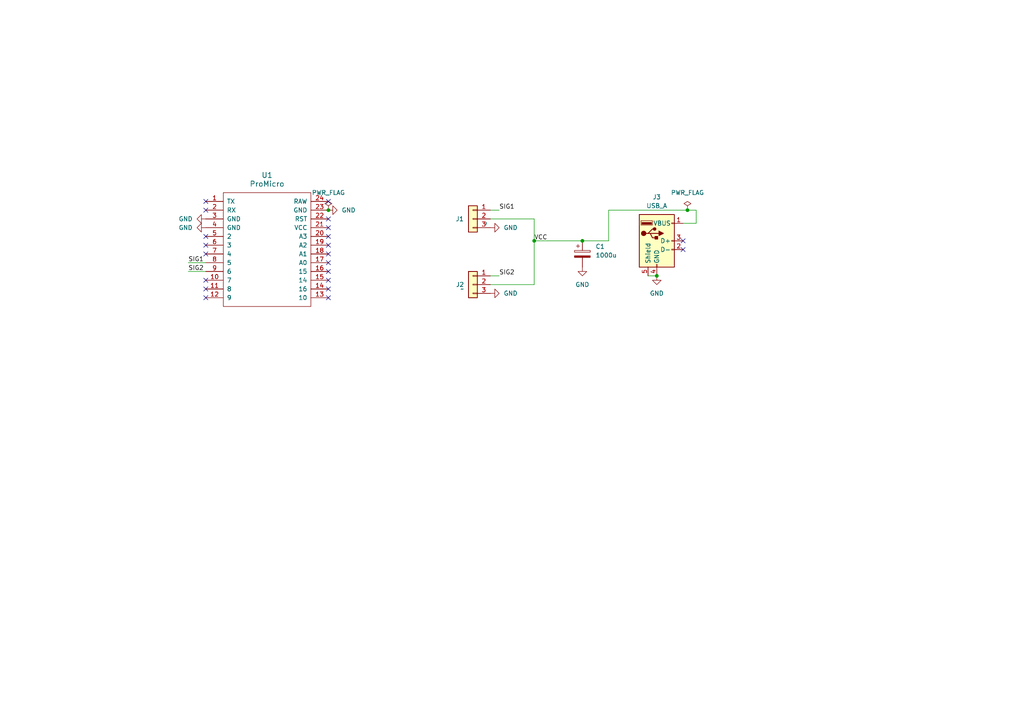
<source format=kicad_sch>
(kicad_sch (version 20230121) (generator eeschema)
  (paper "A4")
  (lib_symbols
    (symbol "Connector:USB_A" (pin_names (offset 1.016))
      (property "Reference" "J" (at -5.08 11.43 0))
      (property "Value" "USB_A" (at -5.08 8.89 0))
      (symbol "USB_A_0_1"
        (rectangle (start -5.08 -7.62) (end 5.08 7.62) (stroke (width 0.254)) (fill (type background)))
        (circle (center -3.81 2.159) (radius 0.635) (stroke (width 0.254)) (fill (type outline)))
        (rectangle (start -1.524 4.826) (end -4.318 5.334) (fill (type outline)))
        (rectangle (start -1.27 4.572) (end -4.572 5.842))
        (circle (center -0.635 3.429) (radius 0.381) (stroke (width 0.254)) (fill (type outline)))
        (rectangle (start -0.127 -7.62) (end 0.127 -6.858))
        (polyline (pts (xy -3.175 2.159) (xy -2.54 2.159) (xy -1.27 3.429) (xy -0.635 3.429)) (stroke (width 0.254)))
        (polyline (pts (xy -2.54 2.159) (xy -1.905 2.159) (xy -1.27 0.889) (xy 0 0.889)) (stroke (width 0.254)))
        (polyline (pts (xy 0.635 2.794) (xy 0.635 1.524) (xy 1.905 2.159) (xy 0.635 2.794)) (stroke (width 0.254)) (fill (type outline)))
        (rectangle (start 0.254 1.27) (end -0.508 0.508) (stroke (width 0.254)) (fill (type outline)))
        (rectangle (start 5.08 -2.667) (end 4.318 -2.413))
        (rectangle (start 5.08 -0.127) (end 4.318 0.127))
        (rectangle (start 5.08 4.953) (end 4.318 5.207))
      )
      (symbol "USB_A_1_1"
        (polyline (pts (xy -1.905 2.159) (xy 0.635 2.159)) (stroke (width 0.254)))
        (pin power_in line (at 7.62 5.08 180) (length 2.54) (name "VBUS") (number "1"))
        (pin bidirectional line (at 7.62 -2.54 180) (length 2.54) (name "D-") (number "2"))
        (pin bidirectional line (at 7.62 0 180) (length 2.54) (name "D+") (number "3"))
        (pin power_in line (at 0 -10.16 90) (length 2.54) (name "GND") (number "4"))
        (pin passive line (at -2.54 -10.16 90) (length 2.54) (name "Shield") (number "5"))
      )
    )
    (symbol "Connector_Generic:Conn_01x03" (pin_names (offset 1.016) hide)
      (property "Reference" "J" (at 0 5.08 0))
      (property "Value" "Conn_01x03" (at 0 -5.08 0))
      (symbol "Conn_01x03_1_1"
        (rectangle (start -1.27 -2.413) (end 0 -2.667) (stroke (width 0.1524)))
        (rectangle (start -1.27 0.127) (end 0 -0.127) (stroke (width 0.1524)))
        (rectangle (start -1.27 2.667) (end 0 2.413) (stroke (width 0.1524)))
        (rectangle (start -1.27 3.81) (end 1.27 -3.81) (stroke (width 0.254)) (fill (type background)))
        (pin passive line (at -5.08 2.54 0) (length 3.81) (name "Pin_1") (number "1"))
        (pin passive line (at -5.08 0 0) (length 3.81) (name "Pin_2") (number "2"))
        (pin passive line (at -5.08 -2.54 0) (length 3.81) (name "Pin_3") (number "3"))
      )
    )
    (symbol "Device:C_Polarized" (pin_numbers hide) (pin_names (offset 0.254))
      (property "Reference" "C" (at 0.635 2.54 0))
      (property "Value" "C_Polarized" (at 0.635 -2.54 0))
      (symbol "C_Polarized_0_1"
        (rectangle (start -2.286 0.508) (end 2.286 1.016))
        (polyline (pts (xy -1.778 2.286) (xy -0.762 2.286)))
        (polyline (pts (xy -1.27 2.794) (xy -1.27 1.778)))
        (rectangle (start 2.286 -0.508) (end -2.286 -1.016) (fill (type outline)))
      )
      (symbol "C_Polarized_1_1"
        (pin passive line (at 0 3.81 270) (length 2.794) (name "~") (number "1"))
        (pin passive line (at 0 -3.81 90) (length 2.794) (name "~") (number "2"))
      )
    )
    (symbol "PiE_Symbols:ProMicro" (pin_names (offset 1.016))
      (property "Reference" "U" (at 0 24.13 0))
      (property "Value" "ProMicro" (at 0 -13.97 0))
      (symbol "ProMicro_0_1"
        (rectangle (start -12.7 21.59) (end 12.7 -11.43))
      )
      (symbol "ProMicro_1_1"
        (pin bidirectional line (at -17.78 19.05 0) (length 5.08) (name "TX") (number "1"))
        (pin bidirectional line (at -17.78 -3.81 0) (length 5.08) (name "7") (number "10"))
        (pin bidirectional line (at -17.78 -6.35 0) (length 5.08) (name "8") (number "11"))
        (pin bidirectional line (at -17.78 -8.89 0) (length 5.08) (name "9") (number "12"))
        (pin bidirectional line (at 17.78 -8.89 180) (length 5.08) (name "10") (number "13"))
        (pin bidirectional line (at 17.78 -6.35 180) (length 5.08) (name "16") (number "14"))
        (pin bidirectional line (at 17.78 -3.81 180) (length 5.08) (name "14") (number "15"))
        (pin bidirectional line (at 17.78 -1.27 180) (length 5.08) (name "15") (number "16"))
        (pin bidirectional line (at 17.78 1.27 180) (length 5.08) (name "A0") (number "17"))
        (pin bidirectional line (at 17.78 3.81 180) (length 5.08) (name "A1") (number "18"))
        (pin bidirectional line (at 17.78 6.35 180) (length 5.08) (name "A2") (number "19"))
        (pin bidirectional line (at -17.78 16.51 0) (length 5.08) (name "RX") (number "2"))
        (pin bidirectional line (at 17.78 8.89 180) (length 5.08) (name "A3") (number "20"))
        (pin power_in line (at 17.78 11.43 180) (length 5.08) (name "VCC") (number "21"))
        (pin input line (at 17.78 13.97 180) (length 5.08) (name "RST") (number "22"))
        (pin power_in line (at 17.78 16.51 180) (length 5.08) (name "GND") (number "23"))
        (pin power_out line (at 17.78 19.05 180) (length 5.08) (name "RAW") (number "24"))
        (pin power_in line (at -17.78 13.97 0) (length 5.08) (name "GND") (number "3"))
        (pin power_in line (at -17.78 11.43 0) (length 5.08) (name "GND") (number "4"))
        (pin bidirectional line (at -17.78 8.89 0) (length 5.08) (name "2") (number "5"))
        (pin bidirectional line (at -17.78 6.35 0) (length 5.08) (name "3") (number "6"))
        (pin bidirectional line (at -17.78 3.81 0) (length 5.08) (name "4") (number "7"))
        (pin bidirectional line (at -17.78 1.27 0) (length 5.08) (name "5") (number "8"))
        (pin bidirectional line (at -17.78 -1.27 0) (length 5.08) (name "6") (number "9"))
      )
    )
    (symbol "power:GND" (power) (pin_names (offset 0))
      (property "Value" "GND" (at 0 -3.81 0))
      (symbol "GND_0_1"
        (polyline (pts (xy 0 0) (xy 0 -1.27) (xy 1.27 -1.27) (xy 0 -2.54) (xy -1.27 -1.27) (xy 0 -1.27)))
      )
      (symbol "GND_1_1"
        (pin power_in line (at 0 0 270) (length 0) hide (name "GND") (number "1"))
      )
    )
    (symbol "power:PWR_FLAG" (power) (pin_numbers hide) (pin_names (offset 0) hide)
      (property "Value" "PWR_FLAG" (at 0 3.81 0))
      (symbol "PWR_FLAG_0_0"
        (pin power_out line (at 0 0 90) (length 0) (name "pwr") (number "1"))
      )
      (symbol "PWR_FLAG_0_1"
        (polyline (pts (xy 0 0) (xy 0 1.27) (xy -1.016 1.905) (xy 0 2.54) (xy 1.016 1.905) (xy 0 1.27)))
      )
    )
  )
  (junction (at 190.5 80.01))
  (junction (at 168.91 69.85))
  (junction (at 154.94 69.85))
  (junction (at 95.25 60.96))
  (junction (at 199.39 60.96))
  (no_connect (at 198.12 72.39))
  (no_connect (at 95.25 81.28))
  (no_connect (at 95.25 58.42))
  (no_connect (at 59.69 83.82))
  (no_connect (at 95.25 66.04))
  (no_connect (at 59.69 60.96))
  (no_connect (at 95.25 63.5))
  (no_connect (at 59.69 68.58))
  (no_connect (at 59.69 86.36))
  (no_connect (at 95.25 78.74))
  (no_connect (at 95.25 71.12))
  (no_connect (at 59.69 73.66))
  (no_connect (at 59.69 58.42))
  (no_connect (at 95.25 68.58))
  (no_connect (at 95.25 86.36))
  (no_connect (at 198.12 69.85))
  (no_connect (at 95.25 76.2))
  (no_connect (at 95.25 83.82))
  (no_connect (at 59.69 71.12))
  (no_connect (at 95.25 73.66))
  (no_connect (at 59.69 81.28))
  (wire (pts (xy 168.91 69.85) (xy 176.53 69.85)))
  (wire (pts (xy 201.93 64.77) (xy 201.93 60.96)))
  (wire (pts (xy 198.12 64.77) (xy 201.93 64.77)))
  (wire (pts (xy 201.93 60.96) (xy 199.39 60.96)))
  (wire (pts (xy 154.94 63.5) (xy 154.94 69.85)))
  (wire (pts (xy 54.61 76.2) (xy 59.69 76.2)))
  (wire (pts (xy 154.94 69.85) (xy 168.91 69.85)))
  (wire (pts (xy 54.61 78.74) (xy 59.69 78.74)))
  (wire (pts (xy 142.24 63.5) (xy 154.94 63.5)))
  (wire (pts (xy 154.94 82.55) (xy 154.94 69.85)))
  (wire (pts (xy 187.96 80.01) (xy 190.5 80.01)))
  (wire (pts (xy 142.24 82.55) (xy 154.94 82.55)))
  (wire (pts (xy 142.24 60.96) (xy 144.78 60.96)))
  (wire (pts (xy 176.53 69.85) (xy 176.53 60.96)))
  (wire (pts (xy 142.24 80.01) (xy 144.78 80.01)))
  (wire (pts (xy 199.39 60.96) (xy 176.53 60.96)))
  (label "SIG2" (at 144.78 80.01 0))
  (label "SIG1" (at 54.61 76.2 0))
  (label "SIG2" (at 54.61 78.74 0))
  (label "VCC" (at 154.94 69.85 0))
  (label "SIG1" (at 144.78 60.96 0))
  (symbol (lib_id "power:PWR_FLAG") (at 95.25 60.96 0) (unit 1)
    (property "Reference" "#FLG02" (effects hide))
    (property "Value" "PWR_FLAG" (at 95.25 55.88 0))
  )
  (symbol (lib_id "power:GND") (at 190.5 80.01 0) (unit 1)
    (property "Reference" "#PWR06" (effects hide))
    (property "Value" "GND" (at 190.5 85.09 0))
  )
  (symbol (lib_id "power:GND") (at 142.24 66.04 90) (unit 1)
    (property "Reference" "#PWR04" (effects hide))
    (property "Value" "GND" (at 146.05 66.04 90) (effects (justify right)))
  )
  (symbol (lib_id "power:GND") (at 168.91 77.47 0) (unit 1)
    (property "Reference" "#PWR07" (effects hide))
    (property "Value" "GND" (at 168.91 82.55 0))
  )
  (symbol (lib_id "PiE_Symbols:ProMicro") (at 77.47 77.47 0) (unit 1)
    (property "Reference" "U1" (at 77.47 50.8 0) (effects (font (size 1.524 1.524))))
    (property "Value" "ProMicro" (at 77.47 53.34 0) (effects (font (size 1.524 1.524))))
    (property "Footprint" "PiE_Footprints:ProMicro-EnforcedTop" (effects hide))
  )
  (symbol (lib_id "Connector:USB_A") (at 190.5 69.85 0) (unit 1)
    (property "Reference" "J3" (at 190.5 57.15 0))
    (property "Value" "USB_A" (at 190.5 59.69 0))
    (property "Footprint" "PiE_Footprints:USB-A_female" (effects hide))
    (property "Datasheet" " ~" (effects hide))
  )
  (symbol (lib_id "Device:C_Polarized") (at 168.91 73.66 0) (unit 1)
    (property "Reference" "C1" (at 172.72 71.501 0) (effects (justify left)))
    (property "Value" "1000u" (at 172.72 74.041 0) (effects (justify left)))
    (property "Footprint" "Capacitor_THT:CP_Radial_D10.0mm_P5.00mm" (effects hide))
  )
  (symbol (lib_id "power:GND") (at 142.24 85.09 90) (unit 1)
    (property "Reference" "#PWR05" (effects hide))
    (property "Value" "GND" (at 146.05 85.09 90) (effects (justify right)))
  )
  (symbol (lib_id "power:GND") (at 95.25 60.96 90) (unit 1)
    (property "Reference" "#PWR03" (effects hide))
    (property "Value" "GND" (at 99.06 60.96 90) (effects (justify right)))
  )
  (symbol (lib_id "power:GND") (at 59.69 66.04 270) (unit 1)
    (property "Reference" "#PWR02" (effects hide))
    (property "Value" "GND" (at 55.88 66.04 90) (effects (justify right)))
  )
  (symbol (lib_id "power:GND") (at 59.69 63.5 270) (unit 1)
    (property "Reference" "#PWR01" (effects hide))
    (property "Value" "GND" (at 55.88 63.5 90) (effects (justify right)))
  )
  (symbol (lib_id "Connector_Generic:Conn_01x03") (at 137.16 63.5 0) (mirror y) (unit 1)
    (property "Reference" "J1" (at 133.35 63.5 0))
    (property "Value" "~" (at 140.97 64.77 90))
    (property "Footprint" "Connector_PinHeader_2.54mm:PinHeader_1x03_P2.54mm_Vertical" (effects hide))
    (property "Digi-Key_PN" "455-2248-ND" (effects hide))
    (property "MPN" "B3B-XH-A(LF)(SN)" (effects hide))
    (property "Category" "Connectors, Interconnects" (effects hide))
    (property "Family" "Rectangular Connectors - Headers, Male Pins" (effects hide))
    (property "DK_Datasheet_Link" "http://www.jst-mfg.com/product/pdf/eng/eXH.pdf" (effects hide))
    (property "DK_Detail_Page" "/product-detail/en/jst-sales-america-inc/B3B-XH-A(LF)(SN)/455-2248-ND/1651046" (effects hide))
    (property "Description" "CONN HEADER VERT 3POS 2.5MM" (effects hide))
    (property "Manufacturer" "JST Sales America Inc." (effects hide))
    (property "Status" "Active" (effects hide))
  )
  (symbol (lib_id "power:PWR_FLAG") (at 199.39 60.96 0) (unit 1)
    (property "Reference" "#FLG01" (effects hide))
    (property "Value" "PWR_FLAG" (at 199.39 55.88 0))
  )
  (symbol (lib_id "Connector_Generic:Conn_01x03") (at 137.16 82.55 0) (mirror y) (unit 1)
    (property "Reference" "J2" (at 134.62 82.55 0) (effects (justify left)))
    (property "Value" "~" (at 134.62 83.82 0) (effects (justify left)))
    (property "Footprint" "Connector_PinHeader_2.54mm:PinHeader_1x03_P2.54mm_Vertical" (effects hide))
    (property "Digi-Key_PN" "455-2248-ND" (effects hide))
    (property "MPN" "B3B-XH-A(LF)(SN)" (effects hide))
    (property "Category" "Connectors, Interconnects" (effects hide))
    (property "Family" "Rectangular Connectors - Headers, Male Pins" (effects hide))
    (property "DK_Datasheet_Link" "http://www.jst-mfg.com/product/pdf/eng/eXH.pdf" (effects hide))
    (property "DK_Detail_Page" "/product-detail/en/jst-sales-america-inc/B3B-XH-A(LF)(SN)/455-2248-ND/1651046" (effects hide))
    (property "Description" "CONN HEADER VERT 3POS 2.5MM" (effects hide))
    (property "Manufacturer" "JST Sales America Inc." (effects hide))
    (property "Status" "Active" (effects hide))
  )
)
</source>
